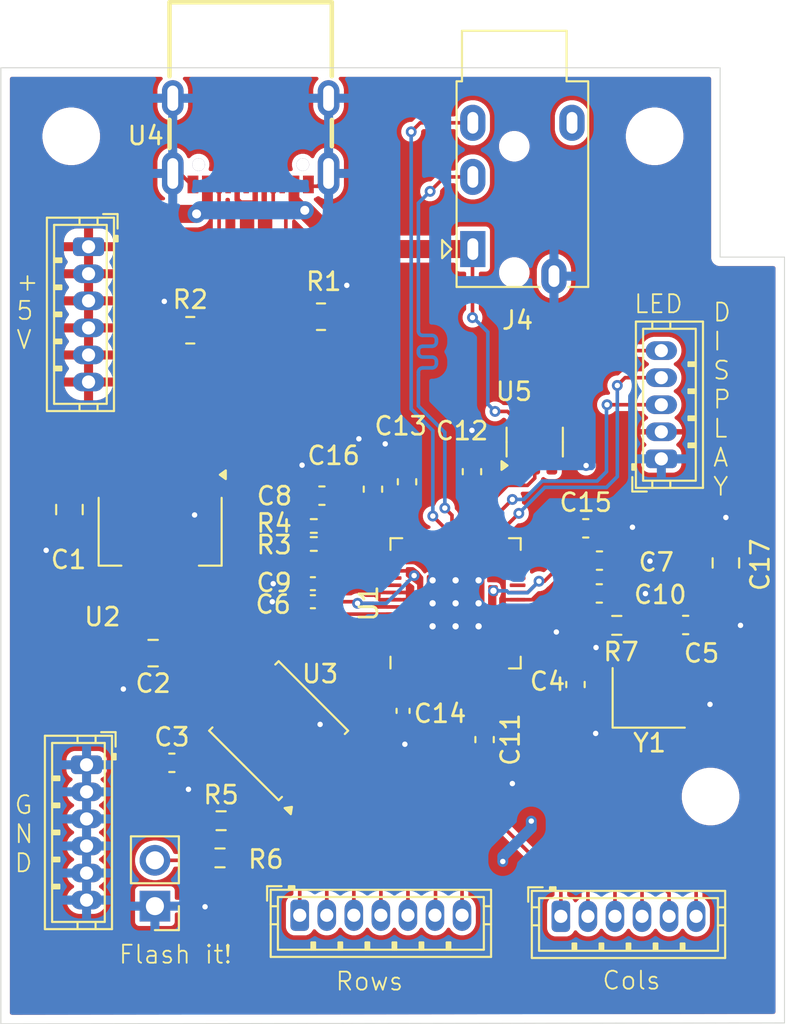
<source format=kicad_pcb>
(kicad_pcb (version 20241229) (generator "pcbnew") (generator_version "9.0")
  (layers (0 "F.Cu" signal) (2 "B.Cu" signal) (13 "F.Paste" user) (15 "B.Paste" user) (5 "F.SilkS" user "F.Silkscreen") (7 "B.SilkS" user "B.Silkscreen") (1 "F.Mask" user) (3 "B.Mask" user) (25 "Edge.Cuts" user))
  (net 0 "")
  (net 1 "GND")
  (net 2 "Net-(J5-Pin_5)")
  (net 4 "Net-(J5-Pin_2)")
  (net 6 "+3.3V")
  (net 9 "/QSPI_SS")
  (net 13 "Net-(J5-Pin_1)")
  (net 14 "/XIN")
  (net 15 "Net-(J5-Pin_7)")
  (net 17 "+1V1")
  (net 18 "/XOUT")
  (net 20 "Net-(J5-Pin_3)")
  (net 22 "Net-(U1-USB_DP)")
  (net 23 "/QSPI_SD2")
  (net 24 "Net-(U1-USB_DM)")
  (net 25 "/QSPI_SCLK")
  (net 26 "/QSPI_SD3")
  (net 28 "/QSPI_SD1")
  (net 30 "/QSPI_SD0")
  (net 31 "Net-(J5-Pin_6)")
  (net 32 "Net-(J5-Pin_4)")
  (net 33 "Net-(J6-Pin_5)")
  (net 35 "+5V")
  (net 36 "Net-(J6-Pin_2)")
  (net 37 "Net-(J6-Pin_3)")
  (net 38 "Net-(J6-Pin_6)")
  (net 39 "Net-(J6-Pin_4)")
  (net 40 "Net-(J6-Pin_1)")
  (net 41 "/USB_D -")
  (net 42 "/USB_D +")
  (net 43 "Net-(C5-Pad2)")
  (net 44 "Net-(J3-Pin_2)")
  (net 45 "Net-(U4-CC1)")
  (net 46 "Net-(U4-CC2)")
  (net 50 "Net-(Display1+LED1-Pin_3)")
  (net 51 "Net-(U1-GPIO24)")
  (net 52 "Net-(U1-GPIO25)")
  (net 54 "Net-(U1-GPIO20)")
  (net 56 "Net-(Display1+LED1-Pin_5)")
  (net 57 "Net-(Display1+LED1-Pin_4)")
  (footprint "Capacitor_SMD:C_0402_1005Metric_Pad0.74x0.62mm_HandSolder" (layer "F.Cu") (at 153.8 92.65 -90)
    (property "Reference" "C14")
    (property "Value" "100n")
  )
  (footprint "Capacitor_SMD:C_0402_1005Metric_Pad0.74x0.62mm_HandSolder" (layer "F.Cu") (at 148.8 86.6 180)
    (property "Reference" "C6")
    (property "Value" "100n")
  )
  (footprint "global-test:USB-C-SMD_918-318K2023S40000" (layer "F.Cu") (at 145.35 61.0775 180)
    (property "Reference" "U4")
    (property "Value" "918-318K2023S40000" (hide yes))
  )
  (footprint "Capacitor_SMD:C_0805_2012Metric_Pad1.18x1.45mm_HandSolder" (layer "F.Cu") (at 171.7 84.45 90)
    (property "Reference" "C17")
    (property "Value" "10u")
  )
  (footprint "Resistor_SMD:R_0805_2012Metric_Pad1.20x1.40mm_HandSolder" (layer "F.Cu") (at 149.25 70.8)
    (property "Reference" "R1")
    (property "Value" "5.1k" (hide yes))
  )
  (footprint "Resistor_SMD:R_0603_1608Metric_Pad0.98x0.95mm_HandSolder" (layer "F.Cu") (at 143.71 98.74)
    (property "Reference" "R5")
    (property "Value" "10k")
  )
  (footprint "rp2040:RP2040-QFN-56" (layer "F.Cu") (at 156.7125 86.6875 90)
    (property "Reference" "U1")
    (property "Value" "RP2040")
  )
  (footprint "Connector_PinHeader_2.54mm:PinHeader_1x02_P2.54mm_Vertical" (layer "F.Cu") (at 140.04 103.475 180)
    (property "Reference" "J3" (hide yes))
    (property "Value" "Conn_01x02")
  )
  (footprint "MountingHole:MountingHole_2.7mm_M2.5" (layer "F.Cu") (at 135.4 60.8)
    (property "Reference" "H1" (hide yes))
    (property "Value" "MountingHole" (hide yes))
  )
  (footprint "Capacitor_SMD:C_0603_1608Metric_Pad1.08x0.95mm_HandSolder" (layer "F.Cu") (at 164.69 84.32)
    (property "Reference" "C7")
    (property "Value" "100n")
  )
  (footprint "Capacitor_SMD:C_0603_1608Metric_Pad1.08x0.95mm_HandSolder" (layer "F.Cu") (at 163.93 82.53)
    (property "Reference" "C15")
    (property "Value" "100n")
  )
  (footprint "MountingHole:MountingHole_2.7mm_M2.5" (layer "F.Cu") (at 167.75 60.8)
    (property "Reference" "H2" (hide yes))
    (property "Value" "MountingHole" (hide yes))
  )
  (footprint "Package_SO:SOIC-8_5.23x5.23mm_P1.27mm" (layer "F.Cu") (at 146.9 93.75 135)
    (property "Reference" "U3")
    (property "Value" "W25Q128JVS" (hide yes))
  )
  (footprint "Capacitor_SMD:C_0603_1608Metric_Pad1.08x0.95mm_HandSolder" (layer "F.Cu") (at 158.32 94.2425 -90)
    (property "Reference" "C11")
    (property "Value" "100n")
  )
  (footprint "MountingHole:MountingHole_2.7mm_M2.5" (layer "F.Cu") (at 170.85 97.4)
    (property "Reference" "H3" (hide yes))
    (property "Value" "MountingHole")
  )
  (footprint "Capacitor_SMD:C_0603_1608Metric_Pad1.08x0.95mm_HandSolder" (layer "F.Cu") (at 169.47 87.89 180)
    (property "Reference" "C5")
    (property "Value" "15p")
  )
  (footprint "Capacitor_SMD:C_0603_1608Metric_Pad1.08x0.95mm_HandSolder" (layer "F.Cu") (at 152.13 80.36 90)
    (property "Reference" "C16")
    (property "Value" "1u")
  )
  (footprint "Crystal:Crystal_SMD_3225-4Pin_3.2x2.5mm" (layer "F.Cu") (at 167.42 91.93)
    (property "Reference" "Y1")
    (property "Value" "Crystal_GND24")
  )
  (footprint "Package_TO_SOT_SMD:SOT-223-3_TabPin2" (layer "F.Cu") (at 140.33 82.69 -90)
    (property "Reference" "U2")
    (property "Value" "AMS1117-3.3")
  )
  (footprint "Capacitor_SMD:C_0805_2012Metric_Pad1.18x1.45mm_HandSolder" (layer "F.Cu") (at 135.3 81.49 -90)
    (property "Reference" "C1")
    (property "Value" "10u")
  )
  (footprint "Connector_JST:JST_ZH_B6B-ZR_1x06_P1.50mm_Vertical" (layer "F.Cu") (at 136.36 66.92 -90)
    (property "Reference" "J8" (hide yes))
    (property "Value" "+5V")
  )
  (footprint "Capacitor_SMD:C_0402_1005Metric_Pad0.74x0.62mm_HandSolder" (layer "F.Cu") (at 148.8 85.6 180)
    (property "Reference" "C9")
    (property "Value" "100n")
  )
  (footprint "Resistor_SMD:R_0402_1005Metric_Pad0.72x0.64mm_HandSolder" (layer "F.Cu") (at 148.85 83.4)
    (property "Reference" "R3")
    (property "Value" "27.4")
  )
  (footprint "Capacitor_SMD:C_0805_2012Metric_Pad1.18x1.45mm_HandSolder" (layer "F.Cu") (at 139.94 89.45 180)
    (property "Reference" "C2")
    (property "Value" "10u")
  )
  (footprint "Resistor_SMD:R_0603_1608Metric_Pad0.98x0.95mm_HandSolder" (layer "F.Cu") (at 143.65 100.8)
    (property "Reference" "R6")
    (property "Value" "1k")
  )
  (footprint "Resistor_SMD:R_0402_1005Metric_Pad0.72x0.64mm_HandSolder" (layer "F.Cu") (at 148.85 82.4)
    (property "Reference" "R4")
    (property "Value" "27.4")
  )
  (footprint "Capacitor_SMD:C_0603_1608Metric_Pad1.08x0.95mm_HandSolder" (layer "F.Cu") (at 157.62 79.39 90)
    (property "Reference" "C12")
    (property "Value" "100n")
  )
  (footprint "Resistor_SMD:R_0805_2012Metric_Pad1.20x1.40mm_HandSolder" (layer "F.Cu") (at 142 71.55)
    (property "Reference" "R2")
    (property "Value" "5.1k" (hide yes))
  )
  (footprint "Package_TO_SOT_SMD:SOT-23-5" (layer "F.Cu") (at 161.1 77.75 90)
    (property "Reference" "U5")
    (property "Value" "SN74LV1T34DBV")
  )
  (footprint "Capacitor_SMD:C_0603_1608Metric_Pad1.08x0.95mm_HandSolder" (layer "F.Cu") (at 149.3 80.72 180)
    (property "Reference" "C8")
    (property "Value" "1u")
  )
  (footprint "Connector_JST:JST_ZH_B6B-ZR_1x06_P1.50mm_Vertical" (layer "F.Cu") (at 162.55 104.04)
    (property "Reference" "J6" (hide yes))
    (property "Value" "Col")
  )
  (footprint "Capacitor_SMD:C_0603_1608Metric_Pad1.08x0.95mm_HandSolder" (layer "F.Cu") (at 163.36 91.19 -90)
    (property "Reference" "C4")
    (property "Value" "15p")
  )
  (footprint "Capacitor_SMD:C_0603_1608Metric_Pad1.08x0.95mm_HandSolder" (layer "F.Cu") (at 164.68 86.14)
    (property "Reference" "C10")
    (property "Value" "100n")
  )
  (footprint "Capacitor_SMD:C_0603_1608Metric_Pad1.08x0.95mm_HandSolder" (layer "F.Cu") (at 154.02 79.95 90)
    (property "Reference" "C13")
    (property "Value" "100n")
  )
  (footprint "Connector_JST:JST_ZH_B5B-ZR_1x05_P1.50mm_Vertical" (layer "F.Cu") (at 168.12 78.68 90)
    (property "Reference" "Display1+LED1" (hide yes))
    (property "Value" "Display+LED")
  )
  (footprint "Connector_Audio:Jack_3.5mm_PJ320E_Horizontal" (layer "F.Cu") (at 157.6675 67.05)
    (property "Reference" "J4")
    (property "Value" "AudioJack4" (hide yes))
  )
  (footprint "Capacitor_SMD:C_0603_1608Metric_Pad1.08x0.95mm_HandSolder" (layer "F.Cu") (at 140.98 95.53)
    (property "Reference" "C3")
    (property "Value" "100n")
  )
  (footprint "Resistor_SMD:R_0603_1608Metric_Pad0.98x0.95mm_HandSolder" (layer "F.Cu") (at 165.65 87.91 180)
    (property "Reference" "R7")
    (property "Value" "1k")
  )
  (footprint "Connector_JST:JST_ZH_B7B-ZR_1x07_P1.50mm_Vertical" (layer "F.Cu") (at 148.07 103.98)
    (property "Reference" "J5" (hide yes))
    (property "Value" "Row")
  )
  (footprint "Connector_JST:JST_ZH_B6B-ZR_1x06_P1.50mm_Vertical" (layer "F.Cu") (at 136.25 95.64 -90)
    (property "Reference" "J7" (hide yes))
    (property "Value" "GND")
  )
  (gr_line (start 171.380611 57) (end 171.380611 67.49494) (stroke (width 0.05)) (layer "Edge.Cuts"))
  (gr_line (start 131.5 57) (end 131.5 110) (stroke (width 0.05)) (layer "Edge.Cuts"))
  (gr_line (start 174.95 67.49494) (end 174.95 109.95) (stroke (width 0.05)) (layer "Edge.Cuts"))
  (gr_line (start 171.380611 67.49494) (end 174.95 67.49494) (stroke (width 0.05)) (layer "Edge.Cuts"))
  (gr_line (start 171.380611 57) (end 131.5 57) (stroke (width 0.05)) (layer "Edge.Cuts"))
  (gr_line (start 131.5 110) (end 174.95 109.95) (stroke (width 0.05)) (layer "Edge.Cuts"))
  (gr_text "D\nI\nS\nP\nL\nA\nY" (at 170.92 80.8 0) (layer "F.SilkS") (effects (font (size 1 1) (thickness 0.1)) (justify left bottom)))
  (gr_text "Rows" (at 149.99 108.23 0) (layer "F.SilkS") (effects (font (size 1 1) (thickness 0.1)) (justify left bottom)))
  (gr_text "+\n5\nV" (at 132.29 72.66 0) (layer "F.SilkS") (effects (font (size 1 1) (thickness 0.1)) (justify left bottom)))
  (gr_text "Flash it!" (at 137.97 106.74 0) (layer "F.SilkS") (effects (font (size 1 1) (thickness 0.1)) (justify left bottom)))
  (gr_text "LED" (at 166.54 70.68 0) (layer "F.SilkS") (effects (font (size 1 1) (thickness 0.1)) (justify left bottom)))
  (gr_text "Cols" (at 164.78 108.18 0) (layer "F.SilkS") (effects (font (size 1 1) (thickness 0.1)) (justify left bottom)))
  (gr_text "G\nN\nD" (at 132.19 101.67 0) (layer "F.SilkS") (effects (font (size 1 1) (thickness 0.1)) (justify left bottom)))
  (segment (start 165.5425 86.14) (end 167.23 86.14) (width 0.2) (layer "F.Cu") (net 1))
  (segment (start 163.36 92.78) (end 163.36 92.0525) (width 0.2) (layer "F.Cu") (net 1))
  (segment (start 152.81 77.8775) (end 154.02 79.0875) (width 0.2) (layer "F.Cu") (net 1))
  (segment (start 141.9 97) (end 141.9 95.5875) (width 0.2) (layer "F.Cu") (net 1))
  (segment (start 167.23 86.14) (end 167.24 86.15) (width 0.2) (layer "F.Cu") (net 1))
  (segment (start 141.54 62.9575) (end 142.15 63.5675) (width 0.2) (layer "F.Cu") (net 1))
  (segment (start 141.9 95.5875) (end 141.8425 95.53) (width 0.2) (layer "F.Cu") (net 1))
  (segment (start 169.01 92.29) (end 168.52 92.78) (width 0.2) (layer "F.Cu") (net 1))
  (segment (start 166.46 82.53) (end 166.52 82.47) (width 0.2) (layer "F.Cu") (net 1))
  (segment (start 158.32 95.105) (end 158.32 95.14) (width 0.2) (layer "F.Cu") (net 1))
  (segment (start 164.5 89.14) (end 165.69 89.14) (width 0.2) (layer "F.Cu") (net 1))
  (segment (start 158.32 95.14) (end 159.86 96.68) (width 0.2) (layer "F.Cu") (net 1))
  (segment (start 134.01 83) (end 134.01 83.75) (width 0.2) (layer "F.Cu") (net 1))
  (segment (start 171.7 81.93) (end 171.7 83.4125) (width 0.2) (layer "F.Cu") (net 1))
  (segment (start 150.748546 94.948546) (end 150.792623 94.948546) (width 0.2) (layer "F.Cu") (net 1))
  (segment (start 165.2675 85.865) (end 165.2675 85.85) (width 0.2) (layer "F.Cu") (net 1))
  (segment (start 167.46 84.32) (end 165.5525 84.32) (width 0.2) (layer "F.Cu") (net 1))
  (segment (start 151.83 79.1975) (end 152.13 79.4975) (width 0.2) (layer "F.Cu") (net 1))
  (segment (start 148.55 63.5675) (end 149.06 63.5675) (width 0.2) (layer "F.Cu") (net 1))
  (segment (start 138.9025 90.8275) (end 138.9025 89.45) (width 0.2) (layer "F.Cu") (net 1))
  (segment (start 142.785 103.475) (end 140.04 103.475) (width 0.2) (layer "F.Cu") (net 1))
  (segment (start 157.62 78.6675) (end 157.58 78.7075) (width 0.2) (layer "F.Cu") (net 1))
  (segment (start 167.49 84.35) (end 167.46 84.32) (width 0.2) (layer "F.Cu") (net 1))
  (segment (start 157.62 77.1) (end 157.62 78.6675) (width 0.2) (layer "F.Cu") (net 1))
  (segment (start 165.69 89.14) (end 166.32 89.77) (width 0.2) (layer "F.Cu") (net 1))
  (segment (start 141.03 62.9575) (end 141.54 62.9575) (width 0.2) (layer "F.Cu") (net 1))
  (segment (start 153.9 94.5) (end 153.9 93.3175) (width 0.2) (layer "F.Cu") (net 1))
  (segment (start 162.05 78.8875) (end 163.7875 78.8875) (width 0.2) (layer "F.Cu") (net 1))
  (segment (start 148.4375 80.72) (end 148.4375 79.2675) (width 0.2) (layer "F.Cu") (net 1))
  (segment (start 165.5425 86.14) (end 165.2675 85.865) (width 0.2) (layer "F.Cu") (net 1))
  (segment (start 170.82 92.29) (end 169.01 92.29) (width 0.2) (layer "F.Cu") (net 1))
  (segment (start 164.48 93.9) (end 163.36 92.78) (width 0.2) (layer "F.Cu") (net 1))
  (segment (start 140.56 69.95) (end 141 70.39) (width 0.2) (layer "F.Cu") (net 1))
  (segment (start 163.7875 78.8875) (end 163.95 79.05) (width 0.2) (layer "F.Cu") (net 1))
  (segment (start 152.81 77.85) (end 152.81 77.8775) (width 0.2) (layer "F.Cu") (net 1))
  (segment (start 149.06 63.5675) (end 149.67 62.9575) (width 0.2) (layer "F.Cu") (net 1))
  (segment (start 146.55 86.6) (end 148.2325 86.6) (width 0.2) (layer "F.Cu") (net 1))
  (segment (start 134.4825 82.5275) (end 134.01 83) (width 0.2) (layer "F.Cu") (net 1))
  (segment (start 142.63 81.4) (end 142.63 79.54) (width 0.2) (layer "F.Cu") (net 1))
  (segment (start 170.3325 87.89) (end 172.49 87.89) (width 0.2) (layer "F.Cu") (net 1))
  (segment (start 149.2 93.4) (end 150.748546 94.948546) (width 0.2) (layer "F.Cu") (net 1))
  (segment (start 151.83 78.05) (end 151.83 79.1975) (width 0.2) (layer "F.Cu") (net 1))
  (segment (start 141 70.39) (end 141 71.55) (width 0.2) (layer "F.Cu") (net 1))
  (segment (start 166.32 89.77) (end 166.32 91.08) (width 0.2) (layer "F.Cu") (net 1))
  (segment (start 161.70886 87.6875) (end 160.15 87.6875) (width 0.2) (layer "F.Cu") (net 1))
  (segment (start 135.3 82.5275) (end 134.4825 82.5275) (width 0.2) (layer "F.Cu") (net 1))
  (segment (start 164.7925 82.53) (end 166.46 82.53) (width 0.2) (layer "F.Cu") (net 1))
  (segment (start 146.6 85.6) (end 148.2325 85.6) (width 0.2) (layer "F.Cu") (net 1))
  (segment (start 138.29 91.44) (end 138.9025 90.8275) (width 0.2) (layer "F.Cu") (net 1))
  (segment (start 153.9 93.3175) (end 153.8 93.2175) (width 0.2) (layer "F.Cu") (net 1))
  (segment (start 148.4375 79.2675) (end 148.2 79.03) (width 0.2) (layer "F.Cu") (net 1))
  (segment (start 142.24 81.79) (end 142.63 81.4) (width 0.2) (layer "F.Cu") (net 1))
  (segment (start 142.82 103.51) (end 142.785 103.475) (width 0.2) (layer "F.Cu") (net 1))
  (segment (start 150.68 69.06) (end 150.68 70.37) (width 0.2) (layer "F.Cu") (net 1))
  (segment (start 150.68 70.37) (end 150.25 70.8) (width 0.2) (layer "F.Cu") (net 1))
  (segment (start 172.49 87.89) (end 172.51 87.91) (width 0.2) (layer "F.Cu") (net 1))
  (segment (start 151.35 77.57) (end 151.83 78.05) (width 0.2) (layer "F.Cu") (net 1))
  (segment (start 162.3 88.27864) (end 161.70886 87.6875) (width 0.2) (layer "F.Cu") (net 1))
  (via (at 157.62 77.1) (size 0.6) (drill 0.3) (layers "F.Cu" "B.Cu") (net 1))
  (via (at 151.35 77.57) (size 0.6) (drill 0.3) (layers "F.Cu" "B.Cu") (net 1))
  (via (at 150.68 69.06) (size 0.6) (drill 0.3) (layers "F.Cu" "B.Cu") (net 1))
  (via (at 146.55 86.6) (size 0.6) (drill 0.3) (layers "F.Cu" "B.Cu") (net 1))
  (via (at 167.49 84.35) (size 0.6) (drill 0.3) (layers "F.Cu" "B.Cu") (net 1))
  (via (at 141.9 97) (size 0.6) (drill 0.3) (layers "F.Cu" "B.Cu") (net 1))
  (via (at 166.52 82.47) (size 0.6) (drill 0.3) (layers "F.Cu" "B.Cu") (net 1))
  (via (at 140.56 69.95) (size 0.6) (drill 0.3) (layers "F.Cu" "B.Cu") (net 1))
  (via (at 164.5 89.14) (size 0.6) (drill 0.3) (layers "F.Cu" "B.Cu") (net 1))
  (via (at 162.3 88.27864) (size 0.6) (drill 0.3) (layers "F.Cu" "B.Cu") (net 1))
  (via (at 138.29 91.44) (size 0.6) (drill 0.3) (layers "F.Cu" "B.Cu") (net 1))
  (via (at 153.9 94.5) (size 0.6) (drill 0.3) (layers "F.Cu" "B.Cu") (net 1))
  (via (at 170.82 92.29) (size 0.6) (drill 0.3) (layers "F.Cu" "B.Cu") (net 1))
  (via (at 171.7 81.93) (size 0.6) (drill 0.3) (layers "F.Cu" "B.Cu") (net 1))
  (via (at 142.24 81.79) (size 0.6) (drill 0.3) (layers "F.Cu" "B.Cu") (net 1))
  (via (at 142.82 103.51) (size 0.6) (drill 0.3) (layers "F.Cu" "B.Cu") (net 1))
  (via (at 172.51 87.91) (size 0.6) (drill 0.3) (layers "F.Cu" "B.Cu") (net 1))
  (via (at 134.01 83.75) (size 0.6) (drill 0.3) (layers "F.Cu" "B.Cu") (net 1))
  (via (at 149.2 93.4) (size 0.6) (drill 0.3) (layers "F.Cu" "B.Cu") (net 1))
  (via (at 146.6 85.6) (size 0.6) (drill 0.3) (layers "F.Cu" "B.Cu") (net 1))
  (via (at 167.24 86.15) (size 0.6) (drill 0.3) (layers "F.Cu" "B.Cu") (net 1))
  (via (at 163.95 79.05) (size 0.6) (drill 0.3) (layers "F.Cu" "B.Cu") (net 1))
  (via (at 148.2 79.03) (size 0.6) (drill 0.3) (layers "F.Cu" "B.Cu") (net 1))
  (via (at 159.86 96.68) (size 0.6) (drill 0.3) (layers "F.Cu" "B.Cu") (net 1))
  (via (at 152.81 77.85) (size 0.6) (drill 0.3) (layers "F.Cu" "B.Cu") (net 1))
  (via (at 164.48 93.9) (size 0.6) (drill 0.3) (layers "F.Cu" "B.Cu") (net 1))
  (segment (start 155.25 96.434922) (end 156.1125 95.572422) (width 0.2) (layer "F.Cu") (net 2))
  (segment (start 155.25 98.419949) (end 155.25 96.434922) (width 0.2) (layer "F.Cu") (net 2))
  (segment (start 155.044975 98.624974) (end 155.25 98.419949) (width 0.2) (layer "F.Cu") (net 2))
  (segment (start 156.1125 95.572422) (end 156.1125 90.125) (width 0.2) (layer "F.Cu") (net 2))
  (segment (start 155.044974 98.624974) (end 155.044975 98.624974) (width 0.2) (layer "F.Cu") (net 2))
  (segment (start 154.07 103.98) (end 154.07 99.599948) (width 0.2) (layer "F.Cu") (net 2))
  (segment (start 154.07 99.599948) (end 155.044974 98.624974) (width 0.2) (layer "F.Cu") (net 2))
  (segment (start 149.57 103.98) (end 149.57 101.52) (width 0.2) (layer "F.Cu") (net 4))
  (segment (start 154.2 96) (end 154.9125 95.2875) (width 0.2) (layer "F.Cu") (net 4))
  (segment (start 149.57 101.52) (end 154.2 96.89) (width 0.2) (layer "F.Cu") (net 4))
  (segment (start 154.9125 95.2875) (end 154.9125 90.125) (width 0.2) (layer "F.Cu") (net 4))
  (segment (start 154.2 96.89) (end 154.2 96) (width 0.2) (layer "F.Cu") (net 4))
  (segment (start 154.1125 90.804669) (end 154.114731 90.8069) (width 0.2) (layer "F.Cu") (net 6))
  (segment (start 154.1125 90.125) (end 154.1125 89.18457) (width 0.2) (layer "F.Cu") (net 6))
  (segment (start 157.7125 84.2125) (end 157.714574 84.210426) (width 0.2) (layer "F.Cu") (net 6))
  (segment (start 157.7125 89.325) (end 157.7 89.3125) (width 0.2) (layer "F.Cu") (net 6))
  (segment (start 154.1125 90.125) (end 154.1125 90.804669) (width 0.2) (layer "F.Cu") (net 6))
  (segment (start 152.509314 86.4875) (end 152.109314 86.0875) (width 0.2) (layer "F.Cu") (net 6))
  (segment (start 159.425 86.4875) (end 159.325 86.5875) (width 0.2) (layer "F.Cu") (net 6))
  (segment (start 157.7125 83.25) (end 157.7125 82.0625) (width 0.2) (layer "F.Cu") (net 6))
  (segment (start 162.3625 86.4875) (end 162.71 86.14) (width 0.2) (layer "F.Cu") (net 6))
  (segment (start 153.275 84.4875) (end 152.9575 84.4875) (width 0.2) (layer "F.Cu") (net 6))
  (segment (start 151.621814 85.6) (end 152.109314 86.0875) (width 0.2) (layer "F.Cu") (net 6))
  (segment (start 157.7125 90.125) (end 157.7125 91.65) (width 0.2) (layer "F.Cu") (net 6))
  (segment (start 152.06 83.59) (end 152.06 83.4) (width 0.2) (layer "F.Cu") (net 6))
  (segment (start 157.714574 82.064574) (end 157.714574 82.3705) (width 0.2) (layer "F.Cu") (net 6))
  (segment (start 162.71 86.14) (end 163.8175 86.14) (width 0.2) (layer "F.Cu") (net 6))
  (segment (start 149.3675 85.6) (end 151.621814 85.6) (width 0.2) (layer "F.Cu") (net 6))
  (segment (start 152.9575 84.4875) (end 152.06 83.59) (width 0.2) (layer "F.Cu") (net 6))
  (segment (start 153.275 86.4875) (end 152.509314 86.4875) (width 0.2) (layer "F.Cu") (net 6))
  (segment (start 157.7125 83.25) (end 157.7125 84.2125) (width 0.2) (layer "F.Cu") (net 6))
  (segment (start 160.15 86.4875) (end 159.425 86.4875) (width 0.2) (layer "F.Cu") (net 6))
  (segment (start 153.275 86.0875) (end 154.145001 86.0875) (width 0.2) (layer "F.Cu") (net 6))
  (segment (start 160.15 86.4875) (end 162.3625 86.4875) (width 0.2) (layer "F.Cu") (net 6))
  (segment (start 153.275 86.4875) (end 154.15 86.4875) (width 0.2) (layer "F.Cu") (net 6))
  (segment (start 154.1125 89.18457) (end 154.111573 89.183643) (width 0.2) (layer "F.Cu") (net 6))
  (segment (start 157.714574 84.210426) (end 157.714574 83.952176) (width 0.2) (layer "F.Cu") (net 6))
  (segment (start 154.145001 86.0875) (end 154.163438 86.105937) (width 0.2) (layer "F.Cu") (net 6))
  (segment (start 157.7125 82.0625) (end 157.714574 82.064574) (width 0.2) (layer "F.Cu") (net 6))
  (segment (start 157.7125 90.125) (end 157.7125 89.325) (width 0.2) (layer "F.Cu") (net 6))
  (segment (start 152.109314 86.0875) (end 153.275 86.0875) (width 0.2) (layer "F.Cu") (net 6))
  (via (at 160.91 98.76) (size 0.6) (drill 0.3) (layers "F.Cu" "B.Cu") (net 6))
  (via (at 159.33 101) (size 0.6) (drill 0.3) (layers "F.Cu" "B.Cu") (net 6))
  (segment (start 160.91 98.76) (end 160.91 99.14) (width 0.6) (layer "B.Cu") (net 6))
  (segment (start 159.33 100.72) (end 159.33 101) (width 0.6) (layer "B.Cu") (net 6))
  (segment (start 160.91 99.14) (end 159.33 100.72) (width 0.6) (layer "B.Cu") (net 6))
  (segment (start 151.9 92.618628) (end 151.9 89.45) (width 0.2) (layer "F.Cu") (net 9))
  (segment (start 151.9 89.45) (end 152.0625 89.2875) (width 0.2) (layer "F.Cu") (net 9))
  (segment (start 153.25 95.95) (end 153.25 93.968628) (width 0.2) (layer "F.Cu") (net 9))
  (segment (start 151.086779 98.113221) (end 153.25 95.95) (width 0.2) (layer "F.Cu") (net 9))
  (segment (start 148.098546 97.642623) (end 148.569144 98.113221) (width 0.2) (layer "F.Cu") (net 9))
  (segment (start 153.25 93.968628) (end 151.9 92.618628) (width 0.2) (layer "F.Cu") (net 9))
  (segment (start 148.569144 98.113221) (end 151.086779 98.113221) (width 0.2) (layer "F.Cu") (net 9))
  (segment (start 145.719877 97.642623) (end 144.6225 98.74) (width 0.2) (layer "F.Cu") (net 9))
  (segment (start 148.098546 97.642623) (end 145.719877 97.642623) (width 0.2) (layer "F.Cu") (net 9))
  (segment (start 144.6225 98.74) (end 144.6225 98.8025) (width 0.2) (layer "F.Cu") (net 9))
  (segment (start 144.5625 98.8625) (end 144.5625 100.8) (width 0.2) (layer "F.Cu") (net 9))
  (segment (start 152.0625 89.2875) (end 153.275 89.2875) (width 0.2) (layer "F.Cu") (net 9))
  (segment (start 144.6225 98.8025) (end 144.5625 98.8625) (width 0.2) (layer "F.Cu") (net 9))
  (segment (start 148.07 103.98) (end 148.07 101.635026) (width 0.2) (layer "F.Cu") (net 13))
  (segment (start 148.07 101.635026) (end 154.5125 95.192526) (width 0.2) (layer "F.Cu") (net 13))
  (segment (start 154.5125 95.192526) (end 154.5125 90.125) (width 0.2) (layer "F.Cu") (net 13))
  (segment (start 163.36 90.3275) (end 165.8125 92.78) (width 0.2) (layer "F.Cu") (net 14))
  (segment (start 163.36 88.425686) (end 163.36 90.3275) (width 0.2) (layer "F.Cu") (net 14))
  (segment (start 160.15 87.2875) (end 162.221814 87.2875) (width 0.2) (layer "F.Cu") (net 14))
  (segment (start 165.8125 92.78) (end 166.32 92.78) (width 0.2) (layer "F.Cu") (net 14))
  (segment (start 162.221814 87.2875) (end 163.36 88.425686) (width 0.2) (layer "F.Cu") (net 14))
  (segment (start 156.9125 95.807475) (end 156.9125 90.125) (width 0.2) (layer "F.Cu") (net 15))
  (segment (start 157.07 95.964975) (end 156.9125 95.807475) (width 0.2) (layer "F.Cu") (net 15))
  (segment (start 157.07 103.98) (end 157.07 95.964975) (width 0.2) (layer "F.Cu") (net 15))
  (segment (start 153.275 84.8875) (end 154.142095 84.8875) (width 0.2) (layer "F.Cu") (net 17))
  (segment (start 152.74114 84.8875) (end 150.96 83.10636) (width 0.2) (layer "F.Cu") (net 17))
  (segment (start 149.3675 86.6) (end 151.1875 86.6) (width 0.2) (layer "F.Cu") (net 17))
  (segment (start 150.1625 81.4425) (end 150.1625 80.72) (width 0.2) (layer "F.Cu") (net 17))
  (segment (start 160.7125 86.0875) (end 160.15 86.0875) (width 0.2) (layer "F.Cu") (net 17))
  (segment (start 162.78 84.32) (end 161.6375 85.4625) (width 0.2) (layer "F.Cu") (net 17))
  (segment (start 161.6375 85.4625) (end 161.3375 85.4625) (width 0.2) (layer "F.Cu") (net 17))
  (segment (start 153.275 84.8875) (end 152.74114 84.8875) (width 0.2) (layer "F.Cu") (net 17))
  (segment (start 152.143628 86.6875) (end 152.343628 86.8875) (width 0.2) (layer "F.Cu") (net 17))
  (segment (start 154.142095 84.8875) (end 154.143921 84.885674) (width 0.2) (layer "F.Cu") (net 17))
  (segment (start 163.8275 84.32) (end 162.78 84.32) (width 0.2) (layer "F.Cu") (net 17))
  (segment (start 150.96 83.10636) (end 150.96 82.24) (width 0.2) (layer "F.Cu") (net 17))
  (segment (start 151.1875 86.6) (end 151.275 86.6875) (width 0.2) (layer "F.Cu") (net 17))
  (segment (start 152.343628 86.8875) (end 153.275 86.8875) (width 0.2) (layer "F.Cu") (net 17))
  (segment (start 151.275 86.6875) (end 152.143628 86.6875) (width 0.2) (layer "F.Cu") (net 17))
  (segment (start 150.96 82.24) (end 150.1625 81.4425) (width 0.2) (layer "F.Cu") (net 17))
  (segment (start 161.3375 85.4625) (end 160.7125 86.0875) (width 0.2) (layer "F.Cu") (net 17))
  (via (at 151.275 86.6875) (size 0.6) (drill 0.3) (layers "F.Cu" "B.Cu") (net 17))
  (via (at 154.4125 85.15) (size 0.6) (drill 0.3) (layers "F.Cu" "B.Cu") (net 17))
  (via (at 161.3375 85.4625) (size 0.6) (drill 0.3) (layers "F.Cu" "B.Cu") (net 17))
  (via (at 158.8125 85.99471) (size 0.6) (drill 0.35) (layers "F.Cu" "B.Cu") (net 17))
  (segment (start 158.8125 85.99471) (end 159.54471 85.99471) (width 0.2) (layer "B.Cu") (net 17))
  (segment (start 154.4125 85.15) (end 152.875 86.6875) (width 0.2) (layer "B.Cu") (net 17))
  (segment (start 159.54471 85.99471) (end 159.65 86.1) (width 0.2) (layer "B.Cu") (net 17))
  (segment (start 151.287359 86.6875) (end 151.275 86.699859) (width 0.2) (layer "B.Cu") (net 17))
  (segment (start 159.65 86.1) (end 160.7 86.1) (width 0.2) (layer "B.Cu") (net 17))
  (segment (start 160.7 86.1) (end 161.3375 85.4625) (width 0.2) (layer "B.Cu") (net 17))
  (segment (start 152.875 86.6875) (end 151.287359 86.6875) (width 0.2) (layer "B.Cu") (net 17))
  (segment (start 162.3875 86.8875) (end 163.41 87.91) (width 0.2) (layer "F.Cu") (net 18))
  (segment (start 163.41 87.91) (end 164.7375 87.91) (width 0.2) (layer "F.Cu") (net 18))
  (segment (start 160.15 86.8875) (end 162.3875 86.8875) (width 0.2) (layer "F.Cu") (net 18))
  (segment (start 154.55 96.144974) (end 155.3125 95.382474) (width 0.2) (layer "F.Cu") (net 20))
  (segment (start 154.55 98.13) (end 154.55 96.144974) (width 0.2) (layer "F.Cu") (net 20))
  (segment (start 151.07 103.98) (end 151.07 101.61) (width 0.2) (layer "F.Cu") (net 20))
  (segment (start 151.07 101.61) (end 154.55 98.13) (width 0.2) (layer "F.Cu") (net 20))
  (segment (start 155.3125 95.382474) (end 155.3125 90.125) (width 0.2) (layer "F.Cu") (net 20))
  (segment (start 152.275 85.6875) (end 153.275 85.6875) (width 0.2) (layer "F.Cu") (net 22))
  (segment (start 149.9875 83.4) (end 152.275 85.6875) (width 0.2) (layer "F.Cu") (net 22))
  (segment (start 149.4475 83.4) (end 149.9875 83.4) (width 0.2) (layer "F.Cu") (net 22))
  (segment (start 151.3625 88.4875) (end 153.275 88.4875) (width 0.2) (layer "F.Cu") (net 23))
  (segment (start 150.365195 96.31717) (end 151.68283 96.31717) (width 0.2) (layer "F.Cu") (net 23))
  (segment (start 152.45 94.3) (end 151.1 92.95) (width 0.2) (layer "F.Cu") (net 23))
  (segment (start 151.1 88.75) (end 151.3625 88.4875) (width 0.2) (layer "F.Cu") (net 23))
  (segment (start 152.45 95.55) (end 152.45 94.3) (width 0.2) (layer "F.Cu") (net 23))
  (segment (start 149.894597 95.846572) (end 150.365195 96.31717) (width 0.2) (layer "F.Cu") (net 23))
  (segment (start 151.68283 96.31717) (end 152.45 95.55) (width 0.2) (layer "F.Cu") (net 23))
  (segment (start 151.1 92.95) (end 151.1 88.75) (width 0.2) (layer "F.Cu") (net 23))
  (segment (start 152.440686 85.2875) (end 149.553186 82.4) (width 0.2) (layer "F.Cu") (net 24))
  (segment (start 149.553186 82.4) (end 149.4475 82.4) (width 0.2) (layer "F.Cu") (net 24))
  (segment (start 153.275 85.2875) (end 152.440686 85.2875) (width 0.2) (layer "F.Cu") (net 24))
  (segment (start 143.6 89.551975) (end 143.6 88.8) (width 0.2) (layer "F.Cu") (net 25))
  (segment (start 143.6 88.8) (end 144.7125 87.6875) (width 0.2) (layer "F.Cu") (net 25))
  (segment (start 144.803428 90.755403) (end 143.6 89.551975) (width 0.2) (layer "F.Cu") (net 25))
  (segment (start 144.7125 87.6875) (end 153.275 87.6875) (width 0.2) (layer "F.Cu") (net 25))
  (segment (start 144.5125 87.2875) (end 153.275 87.2875) (width 0.2) (layer "F.Cu") (net 26))
  (segment (start 142.55 89.25) (end 144.5125 87.2875) (width 0.2) (layer "F.Cu") (net 26))
  (segment (start 143.905403 91.653428) (end 142.55 90.298025) (width 0.2) (layer "F.Cu") (net 26))
  (segment (start 142.55 90.298025) (end 142.55 89.25) (width 0.2) (layer "F.Cu") (net 26))
  (segment (start 152.85 94.134314) (end 151.5 92.784314) (width 0.2) (layer "F.Cu") (net 28))
  (segment (start 151.5 92.784314) (end 151.5 89.1) (width 0.2) (layer "F.Cu") (net 28))
  (segment (start 151.7125 88.8875) (end 153.275 88.8875) (width 0.2) (layer "F.Cu") (net 28))
  (segment (start 148.996572 96.744597) (end 149.467171 97.215196) (width 0.2) (layer "F.Cu") (net 28))
  (segment (start 152.85 95.715686) (end 152.85 94.134314) (width 0.2) (layer "F.Cu") (net 28))
  (segment (start 151.5 89.1) (end 151.7125 88.8875) (width 0.2) (layer "F.Cu") (net 28))
  (segment (start 149.467171 97.215196) (end 151.35049 97.215196) (width 0.2) (layer "F.Cu") (net 28))
  (segment (start 151.35049 97.215196) (end 152.85 95.715686) (width 0.2) (layer "F.Cu") (net 28))
  (segment (start 144.65 88.805923) (end 144.65 88.4) (width 0.2) (layer "F.Cu") (net 30))
  (segment (start 144.9625 88.0875) (end 153.275 88.0875) (width 0.2) (layer "F.Cu") (net 30))
  (segment (start 144.65 88.4) (end 144.9625 88.0875) (width 0.2) (layer "F.Cu") (net 30))
  (segment (start 145.701454 89.857377) (end 144.65 88.805923) (width 0.2) (layer "F.Cu") (net 30))
  (segment (start 155.57 103.98) (end 155.6 103.95) (width 0.2) (layer "F.Cu") (net 31))
  (segment (start 156.5125 95.667396) (end 156.5125 90.125) (width 0.2) (layer "F.Cu") (net 31))
  (segment (start 155.6 103.95) (end 155.6 96.579896) (width 0.2) (layer "F.Cu") (net 31))
  (segment (start 155.6 96.579896) (end 156.5125 95.667396) (width 0.2) (layer "F.Cu") (net 31))
  (segment (start 155.7125 95.477448) (end 155.7125 90.125) (width 0.2) (layer "F.Cu") (net 32))
  (segment (start 152.57 103.98) (end 152.57 100.604974) (width 0.2) (layer "F.Cu") (net 32))
  (segment (start 152.57 100.604974) (end 154.9 98.274974) (width 0.2) (layer "F.Cu") (net 32))
  (segment (start 154.9 96.289948) (end 155.7125 95.477448) (width 0.2) (layer "F.Cu") (net 32))
  (segment (start 154.9 98.274974) (end 154.9 96.289948) (width 0.2) (layer "F.Cu") (net 32))
  (segment (start 168.55 102.765078) (end 163.45 97.665078) (width 0.2) (layer "F.Cu") (net 33))
  (segment (start 168.55 104.04) (end 168.55 102.765078) (width 0.2) (layer "F.Cu") (net 33))
  (segment (start 163.45 94.630676) (end 159.3125 90.493176) (width 0.2) (layer "F.Cu") (net 33))
  (segment (start 163.45 97.665078) (end 163.45 94.630676) (width 0.2) (layer "F.Cu") (net 33))
  (segment (start 159.3125 90.493176) (end 159.3125 90.125) (width 0.2) (layer "F.Cu") (net 33))
  (segment (start 142.35 65.1) (end 140.35 65.1) (width 1) (layer "F.Cu") (net 35))
  (segment (start 148.6 65.15) (end 148.35 64.9) (width 1) (layer "F.Cu") (net 35))
  (segment (start 159.5875 76.05) (end 158.9 76.05) (width 0.2) (layer "F.Cu") (net 35))
  (segment (start 140.35 65.1) (end 138.76 66.69) (width 1) (layer "F.Cu") (net 35))
  (segment (start 142.35 65.1) (end 142.95 64.5) (width 0.6) (layer "F.Cu") (net 35))
  (segment (start 157.6675 67.05) (end 150.5 67.05) (width 1) (layer "F.Cu") (net 35))
  (segment (start 157.65 67.0675) (end 157.6675 67.05) (width 0.2) (layer "F.Cu") (net 35))
  (segment (start 138.76 66.69) (end 138.76 67.7) (width 1) (layer "F.Cu") (net 35))
  (segment (start 142.95 64.5) (end 142.95 63.5675) (width 0.6) (layer "F.Cu") (net 35))
  (segment (start 148.35 64.9) (end 147.75 64.3) (width 0.6) (layer "F.Cu") (net 35))
  (segment (start 147.75 64.3) (end 147.75 63.5675) (width 0.6) (layer "F.Cu") (net 35))
  (segment (start 160.15 76.6125) (end 159.5875 76.05) (width 0.2) (layer "F.Cu") (net 35))
  (segment (start 150.5 67.05) (end 148.6 65.15) (width 1) (layer "F.Cu") (net 35))
  (segment (start 157.65 70.85) (end 157.65 67.0675) (width 0.2) (layer "F.Cu") (net 35))
  (via (at 158.9 76.05) (size 0.6) (drill 0.3) (layers "F.Cu" "B.Cu") (net 35))
  (via (at 157.65 70.85) (size 0.6) (drill 0.3) (layers "F.Cu" "B.Cu") (net 35))
  (via (at 148.35 64.9) (size 0.9) (drill 0.5) (layers "F.Cu" "B.Cu") (net 35))
  (via (at 142.35 65.1) (size 0.9) (drill 0.5) (layers "F.Cu" "B.Cu") (net 35))
  (segment (start 142.55 64.9) (end 142.35 65.1) (width 1) (layer "B.Cu") (net 35))
  (segment (start 157.65 70.85) (end 157.7 70.85) (width 0.2) (layer "B.Cu") (net 35))
  (segment (start 158.5 71.65) (end 158.5 75.65) (width 0.2) (layer "B.Cu") (net 35))
  (segment (start 157.7 70.85) (end 158.5 71.65) (width 0.2) (layer "B.Cu") (net 35))
  (segment (start 148.35 64.9) (end 142.55 64.9) (width 1) (layer "B.Cu") (net 35))
  (segment (start 158.5 75.65) (end 158.9 76.05) (width 0.2) (layer "B.Cu") (net 35))
  (segment (start 162.4 98.100001) (end 162.4 95.065598) (width 0.2) (layer "F.Cu") (net 36))
  (segment (start 162.605025 98.305026) (end 162.605026 98.305026) (width 0.2) (layer "F.Cu") (net 36))
  (segment (start 164.05 104.04) (end 164.05 99.75) (width 0.2) (layer "F.Cu") (net 36))
  (segment (start 162.4 95.065598) (end 158.1125 90.778098) (width 0.2) (layer "F.Cu") (net 36))
  (segment (start 164.05 99.75) (end 162.605025 98.305026) (width 0.2) (layer "F.Cu") (net 36))
  (segment (start 162.605026 98.305026) (end 162.4 98.100001) (width 0.2) (layer "F.Cu") (net 36))
  (segment (start 158.1125 90.778098) (end 158.1125 90.125) (width 0.2) (layer "F.Cu") (net 36))
  (segment (start 162.75 97.955026) (end 162.75 94.920624) (width 0.2) (layer "F.Cu") (net 37))
  (segment (start 165.55 104.04) (end 165.55 100.755026) (width 0.2) (layer "F.Cu") (net 37))
  (segment (start 158.5125 90.683124) (end 158.5125 90.125) (width 0.2) (layer "F.Cu") (net 37))
  (segment (start 162.75 94.920624) (end 158.5125 90.683124) (width 0.2) (layer "F.Cu") (net 37))
  (segment (start 165.55 100.755026) (end 162.75 97.955026) (width 0.2) (layer "F.Cu") (net 37))
  (segment (start 170.05 104.04) (end 170.05 102.12) (width 0.2) (layer "F.Cu") (net 38))
  (segment (start 167.079896 100.8) (end 163.8 97.520104) (width 0.2) (layer "F.Cu") (net 38))
  (segment (start 168.73 100.8) (end 167.079896 100.8) (width 0.2) (layer "F.Cu") (net 38))
  (segment (start 163.8 97.520104) (end 163.8 94.485702) (width 0.2) (layer "F.Cu") (net 38))
  (segment (start 170.05 102.12) (end 168.73 100.8) (width 0.2) (layer "F.Cu") (net 38))
  (segment (start 163.8 94.485702) (end 160.15 90.835702) (width 0.2) (layer "F.Cu") (net 38))
  (segment (start 160.15 90.835702) (end 160.15 89.2875) (width 0.2) (layer "F.Cu") (net 38))
  (segment (start 163.1 97.810052) (end 163.1 94.77565) (width 0.2) (layer "F.Cu") (net 39))
  (segment (start 163.1 94.77565) (end 158.9125 90.58815) (width 0.2) (layer "F.Cu") (net 39))
  (segment (start 167.05 104.04) (end 167.05 101.760052) (width 0.2) (layer "F.Cu") (net 39))
  (segment (start 158.9125 90.58815) (end 158.9125 90.125) (width 0.2) (layer "F.Cu") (net 39))
  (segment (start 167.05 101.760052) (end 163.1 97.810052) (width 0.2) (layer "F.Cu") (net 39))
  (segment (start 157.42 97.15) (end 157.42 95.82) (width 0.2) (layer "F.Cu") (net 40))
  (segment (start 157.3125 95.7125) (end 157.3125 90.125) (width 0.2) (layer "F.Cu") (net 40))
  (segment (start 162.55 102.28) (end 157.42 97.15) (width 0.2) (layer "F.Cu") (net 40))
  (segment (start 162.55 104.04) (end 162.55 102.28) (width 0.2) (layer "F.Cu") (net 40))
  (segment (start 157.42 95.82) (end 157.3125 95.7125) (width 0.2) (layer "F.Cu") (net 40))
  (segment (start 146.1 64.95) (end 146.15 65) (width 0.3) (layer "F.Cu") (net 41))
  (segment (start 148.2525 82.4) (end 146.6 82.4) (width 0.8) (layer "F.Cu") (net 41))
  (segment (start 145.9 62.6) (end 146.1 62.8) (width 0.3) (layer "F.Cu") (net 41))
  (segment (start 145.1 63.5675) (end 145.1 62.8) (width 0.3) (layer "F.Cu") (net 41))
  (segment (start 145.1 62.8) (end 145.3 62.6) (width 0.3) (layer "F.Cu") (net 41))
  (segment (start 146.15 81.95) (end 146.15 65) (width 0.8) (layer "F.Cu") (net 41))
  (segment (start 146.6 82.4) (end 146.15 81.95) (width 0.8) (layer "F.Cu") (net 41))
  (segment (start 145.3 62.6) (end 145.9 62.6) (width 0.3) (layer "F.Cu") (net 41))
  (segment (start 146.1 63.5675) (end 146.1 64.95) (width 0.3) (layer "F.Cu") (net 41))
  (segment (start 146.1 62.8) (end 146.1 63.5675) (width 0.3) (layer "F.Cu") (net 41))
  (segment (start 144.7925 64.5) (end 144.6 64.3075) (width 0.3) (layer "F.Cu") (net 42))
  (segment (start 145.6 64.45) (end 145.15 64.9) (width 0.3) (layer "F.Cu") (net 42))
  (segment (start 145.992893 83.4) (end 145.15 82.557107) (width 0.8) (layer "F.Cu") (net 42))
  (segment (start 145.6 64.45) (end 145.55 64.5) (width 0.3) (layer "F.Cu") (net 42))
  (segment (start 145.15 64.9) (end 145.15 65) (width 0.3) (layer "F.Cu") (net 42))
  (segment (start 145.55 64.5) (end 144.7925 64.5) (width 0.3) (layer "F.Cu") (net 42))
  (segment (start 145.6 63.5675) (end 145.6 64.45) (width 0.3) (layer "F.Cu") (net 42))
  (segment (start 148.2525 83.4) (end 145.992893 83.4) (width 0.8) (layer "F.Cu") (net 42))
  (segment (start 145.15 82.557107) (end 145.15 65) (width 0.8) (layer "F.Cu") (net 42))
  (segment (start 144.6 64.3075) (end 144.6 63.5675) (width 0.3) (layer "F.Cu") (net 42))
  (segment (start 168.52 91.08) (end 168.52 87.9775) (width 0.2) (layer "F.Cu") (net 43))
  (segment (start 168.5875 87.91) (end 168.6075 87.89) (width 0.2) (layer "F.Cu") (net 43))
  (segment (start 168.52 87.9775) (end 168.6075 87.89) (width 0.2) (layer "F.Cu") (net 43))
  (segment (start 166.5625 87.91) (end 168.5875 87.91) (width 0.2) (layer "F.Cu") (net 43))
  (segment (start 142.6025 100.935) (end 142.7375 100.8) (width 0.2) (layer "F.Cu") (net 44))
  (segment (start 140.04 100.935) (end 142.6025 100.935) (width 0.2) (layer "F.Cu") (net 44))
  (segment (start 147.3 69.85) (end 148.25 70.8) (width 0.2) (layer "F.Cu") (net 45))
  (segment (start 147.3 65.230761) (end 147.3 69.85) (width 0.2) (layer "F.Cu") (net 45))
  (segment (start 146.6 64.530761) (end 147.3 65.230761) (width 0.2) (layer "F.Cu") (net 45))
  (segment (start 146.6 63.5675) (end 146.6 64.530761) (width 0.2) (layer "F.Cu") (net 45))
  (segment (start 143.6 70.95) (end 143 71.55) (width 0.2) (layer "F.Cu") (net 46))
  (segment (start 143.6 63.4675) (end 143.6 70.95) (width 0.2) (layer "F.Cu") (net 46))
  (segment (start 158.9 83.2375) (end 158.9125 83.25) (width 0.2) (layer "F.Cu") (net 50))
  (segment (start 165.11 75.68) (end 168.12 75.68) (width 0.2) (layer "F.Cu") (net 50))
  (segment (start 158.9 81.89) (end 158.9 83.2375) (width 0.2) (layer "F.Cu") (net 50))
  (segment (start 159.86 80.93) (end 158.9 81.89) (width 0.2) (layer "F.Cu") (net 50))
  (via (at 165.11 75.68) (size 0.6) (drill 0.3) (layers "F.Cu" "B.Cu") (net 50))
  (via (at 159.86 80.93) (size 0.6) (drill 0.3) (layers "F.Cu" "B.Cu") (net 50))
  (segment (start 164.56 79.91) (end 165.08 79.39) (width 0.2) (layer "B.Cu") (net 50))
  (segment (start 165.08 79.39) (end 165.08 75.71) (width 0.2) (layer "B.Cu") (net 50))
  (segment (start 165.08 75.71) (end 165.11 75.68) (width 0.2) (layer "B.Cu") (net 50))
  (segment (start 159.86 80.93) (end 160.495026 80.93) (width 0.2) (layer "B.Cu") (net 50))
  (segment (start 160.495026 80.93) (end 161.515026 79.91) (width 0.2) (layer "B.Cu") (net 50))
  (segment (start 161.515026 79.91) (end 164.56 79.91) (width 0.2) (layer "B.Cu") (net 50))
  (segment (start 156.1 63.05) (end 157.6675 63.05) (width 0.2) (layer "F.Cu") (net 51))
  (segment (start 155.3 63.85) (end 156.1 63.05) (width 0.2) (layer "F.Cu") (net 51))
  (segment (start 156.115642 81.406239) (end 156.5125 81.803097) (width 0.2) (layer "F.Cu") (net 51))
  (segment (start 156.5125 81.803097) (end 156.5125 83.25) (width 0.2) (layer "F.Cu") (net 51))
  (via (at 156.115642 81.406239) (size 0.6) (drill 0.3) (layers "F.Cu" "B.Cu") (net 51))
  (via (at 155.3 63.85) (size 0.6) (drill 0.3) (layers "F.Cu" "B.Cu") (net 51))
  (segment (start 154.89 72.437622) (end 155.41 72.437622) (width 0.2) (layer "B.Cu") (net 51))
  (segment (start 155.41 73.037622) (end 154.89 73.037622) (width 0.2) (layer "B.Cu") (net 51))
  (segment (start 154.65 74.038515) (end 154.65 74.020638) (width 0.2) (layer "B.Cu") (net 51))
  (segment (start 154.65 71.477622) (end 154.65 71.160313) (width 0.2) (layer "B.Cu") (net 51))
  (segment (start 154.65 64.5) (end 155.3 63.85) (width 0.2) (layer "B.Cu") (net 51))
  (segment (start 155.41 71.837622) (end 154.89 71.837622) (width 0.2) (layer "B.Cu") (net 51))
  (segment (start 155.65 72.197622) (end 155.65 72.077622) (width 0.2) (layer "B.Cu") (net 51))
  (segment (start 154.65 71.597622) (end 154.65 71.477622) (width 0.2) (layer "B.Cu") (net 51))
  (segment (start 154.65 71.160313) (end 154.65 64.5) (width 0.2) (layer "B.Cu") (net 51))
  (segment (start 155.65 73.397622) (end 155.65 73.277622) (width 0.2) (layer "B.Cu") (net 51))
  (segment (start 154.65 75.75) (end 154.65 74.038515) (width 0.2) (layer "B.Cu") (net 51))
  (segment (start 154.65 72.797622) (end 154.65 72.677622) (width 0.2) (layer "B.Cu") (net 51))
  (segment (start 154.65 74.020638) (end 154.65 73.877622) (width 0.2) (layer "B.Cu") (net 51))
  (segment (start 154.89 73.637622) (end 155.41 73.637622) (width 0.2) (layer "B.Cu") (net 51))
  (segment (start 156.115642 81.406239) (end 156.115642 77.215642) (width 0.2) (layer "B.Cu") (net 51))
  (segment (start 156.115642 77.215642) (end 154.65 75.75) (width 0.2) (layer "B.Cu") (net 51))
  (arc (start 154.89 73.037622) (mid 154.720294 72.967328) (end 154.65 72.797622) (width 0.2) (layer "B.Cu") (net 51))
  (arc (start 155.41 72.437622) (mid 155.579706 72.367328) (end 155.65 72.197622) (width 0.2) (layer "B.Cu") (net 51))
  (arc (start 155.41 73.637622) (mid 155.579706 73.567328) (end 155.65 73.397622) (width 0.2) (layer "B.Cu") (net 51))
  (arc (start 154.65 72.677622) (mid 154.720294 72.507916) (end 154.89 72.437622) (width 0.2) (layer "B.Cu") (net 51))
  (arc (start 155.65 72.077622) (mid 155.579706 71.907916) (end 155.41 71.837622) (width 0.2) (layer "B.Cu") (net 51))
  (arc (start 155.65 73.277622) (mid 155.579706 73.107916) (end 155.41 73.037622) (width 0.2) (layer "B.Cu") (net 51))
  (arc (start 154.89 71.837622) (mid 154.720294 71.767328) (end 154.65 71.597622) (width 0.2) (layer "B.Cu") (net 51))
  (arc (start 154.65 73.877622) (mid 154.720294 73.707916) (end 154.89 73.637622) (width 0.2) (layer "B.Cu") (net 51))
  (segment (start 154.75 60.05) (end 157.6675 60.05) (width 0.2) (layer "F.Cu") (net 52))
  (segment (start 154.25 60.55) (end 154.75 60.05) (width 0.2) (layer "F.Cu") (net 52))
  (segment (start 156.1125 82.5125) (end 156.1125 83.25) (width 0.2) (layer "F.Cu") (net 52))
  (segment (start 155.45 81.85) (end 156.1125 82.5125) (width 0.2) (layer "F.Cu") (net 52))
  (via (at 155.45 81.85) (size 0.6) (drill 0.3) (layers "F.Cu" "B.Cu") (net 52))
  (via (at 154.25 60.55) (size 0.6) (drill 0.3) (layers "F.Cu" "B.Cu") (net 52))
  (segment (start 154.25 75.915686) (end 155.45 77.115686) (width 0.2) (layer "B.Cu") (net 52))
  (segment (start 155.45 77.115686) (end 155.45 81.85) (width 0.2) (layer "B.Cu") (net 52))
  (segment (start 154.25 60.55) (end 154.25 75.915686) (width 0.2) (layer "B.Cu") (net 52))
  (segment (start 160.7 80.15) (end 159.6 80.15) (width 0.2) (layer "F.Cu") (net 54))
  (segment (start 161.1 79.75) (end 160.7 80.15) (width 0.2) (layer "F.Cu") (net 54))
  (segment (start 161.1 78.8875) (end 161.1 79.75) (width 0.2) (layer "F.Cu") (net 54))
  (segment (start 158.5125 81.2375) (end 158.5125 83.25) (width 0.2) (layer "F.Cu") (net 54))
  (segment (start 159.6 80.15) (end 158.5125 81.2375) (width 0.2) (layer "F.Cu") (net 54))
  (segment (start 162.05 76.6125) (end 162.05 74.44) (width 0.2) (layer "F.Cu") (net 56))
  (segment (start 163.81 72.68) (end 168.12 72.68) (width 0.2) (layer "F.Cu") (net 56))
  (segment (start 162.05 74.44) (end 163.81 72.68) (width 0.2) (layer "F.Cu") (net 56))
  (segment (start 165.68 74.61) (end 166.11 74.18) (width 0.2) (layer "F.Cu") (net 57))
  (segment (start 166.11 74.18) (end 168.12 74.18) (width 0.2) (layer "F.Cu") (net 57))
  (segment (start 160.22 81.7) (end 159.3125 82.6075) (width 0.2) (layer "F.Cu") (net 57))
  (segment (start 159.3125 82.6075) (end 159.3125 83.25) (width 0.2) (layer "F.Cu") (net 57))
  (via (at 160.22 81.7) (size 0.6) (drill 0.3) (layers "F.Cu" "B.Cu") (net 57))
  (via (at 165.68 74.61) (size 0.6) (drill 0.3) (layers "F.Cu" "B.Cu") (net 57))
  (segment (start 161.66 80.26) (end 160.22 81.7) (width 0.2) (layer "B.Cu") (net 57))
  (segment (start 165.68 74.61) (end 165.68 79.66) (width 0.2) (layer "B.Cu") (net 57))
  (segment (start 165.08 80.26) (end 161.66 80.26) (width 0.2) (layer "B.Cu") (net 57))
  (segment (start 165.68 79.66) (end 165.08 80.26) (width 0.2) (layer "B.Cu") (net 57))
  (zone (net 35) (net_name "+5V") (layer "F.Cu") (priority 5) (connect_pads (clearance 0.2)) (min_thickness 0.25) (fill yes (thermal_gap 0.5) (thermal_bridge_width 0.5))
    (polygon (pts (xy 139.35 75.15) (xy 139.26 81.29) (xy 134.43 81.26) (xy 134.49 65.64) (xy 137.36 65.64) (xy 138.62 65.63) (xy 139.43 66.6) (xy 139.35 75.13)))
  )
  (zone (net 17) (net_name "+1V1") (layer "F.Cu") (priority 1) (connect_pads yes (clearance 0.15)) (min_thickness 0.15) (fill yes (thermal_gap 0.5) (thermal_bridge_width 0.5))
    (polygon (pts (xy 154.578693 85.659312) (xy 153.949028 85.1875) (xy 153.954202 84.680432) (xy 154.370899 84.679949) (xy 154.659082 84.900089) (xy 154.922926 85.232717) (xy 154.901653 88.464287) (xy 158.498292 88.475074) (xy 158.522856 85.67348) (xy 158.939583 85.682925) (xy 159.05 85.6875) (xy 159.05 86.2875) (xy 158.975 86.2875) (xy 158.974942 88.837906) (xy 154.572336 88.86986)))
  )
  (zone (net 6) (net_name "+3.3V") (layer "F.Cu") (connect_pads yes (clearance 0.15)) (min_thickness 0.15) (fill yes (thermal_gap 0.5) (thermal_bridge_width 0.5))
    (polygon (pts (xy 153.95 89.4625) (xy 153.95 83.9125) (xy 159.497647 83.917701) (xy 159.497647 89.467701)))
  )
  (zone (net 6) (net_name "+3.3V") (layer "F.Cu") (connect_pads (clearance 0.25)) (min_thickness 0.2) (fill yes (thermal_gap 0.3) (thermal_bridge_width 0.3))
    (polygon (pts (xy 131.75 57.25) (xy 171.15 57.2) (xy 171.2 67.7) (xy 174.8 67.65) (xy 174.9 109.9) (xy 131.45 109.85)))
  )
  (zone (net 1) (net_name "GND") (layer "B.Cu") (connect_pads (clearance 0.5)) (min_thickness 0.25) (fill yes (thermal_gap 0.5) (thermal_bridge_width 0.5))
    (polygon (pts (xy 131.7 57.25) (xy 171.142971 57.200849) (xy 171.2 67.7) (xy 174.792971 67.700849) (xy 174.9 109.95) (xy 131.592971 109.750849)))
  )
)
</source>
